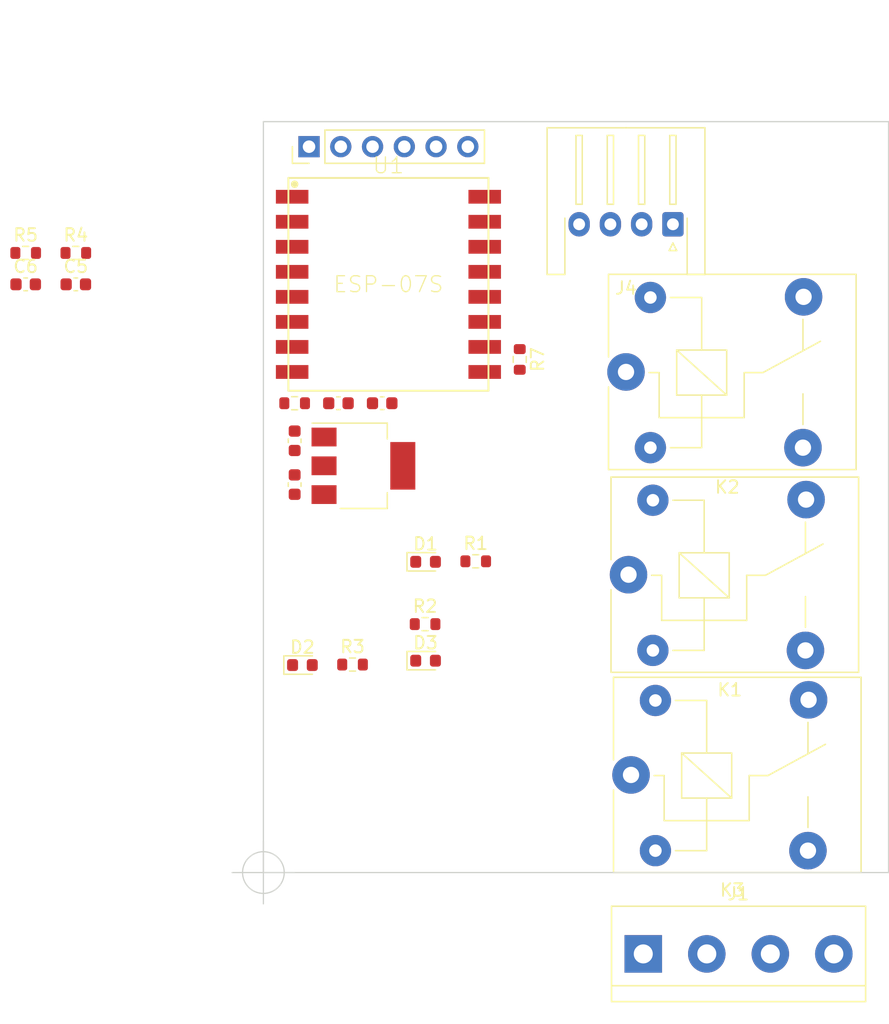
<source format=kicad_pcb>
(kicad_pcb (version 20211014) (generator pcbnew)
  (layers (0 "F.Cu" signal) (31 "B.Cu" signal) (34 "B.Paste" user) (35 "F.Paste" user) (36 "B.SilkS" user "B.Silkscreen") (37 "F.SilkS" user "F.Silkscreen") (38 "B.Mask" user) (39 "F.Mask" user) (44 "Edge.Cuts" user))
  (net 0 "")
  (net 1 "220L")
  (net 2 "Net-(D1-Pad2)")
  (net 3 "LOAD_1")
  (net 5 "Net-(D1-Pad1)")
  (net 6 "Net-(Q1-Pad1)")
  (net 7 "EN1")
  (net 16 "Net-(D2-Pad1)")
  (net 17 "Net-(D2-Pad2)")
  (net 18 "Net-(D3-Pad1)")
  (net 19 "Net-(D3-Pad2)")
  (net 23 "Net-(Q2-Pad1)")
  (net 24 "EN2")
  (net 25 "Net-(Q3-Pad1)")
  (net 26 "EN3")
  (net 27 "LOAD_2")
  (net 28 "LOAD_3")
  (net 29 "+5V")
  (net 30 "GND")
  (net 31 "+3V3")
  (net 32 "RX")
  (net 33 "TX")
  (net 34 "REST")
  (net 35 "BOOT")
  (net 36 "Net-(U1-Pad3)")
  (net 37 "ADC")
  (net 38 "EXT_IO")
  (net 39 "Net-(U1-Pad10)")
  (footprint "Resistor_SMD:R_0603_1608Metric" (layer "F.Cu") (at 107.13 103.38)
    (fp_text reference "R3" (at 0 -1.43) (layer "F.SilkS"))
    (fp_text value "1k")
    (fp_line (start -0.237258 -0.5225) (end 0.237258 -0.5225) (layer "F.SilkS") (width 0.12))
    (fp_line (start -0.237258 0.5225) (end 0.237258 0.5225) (layer "F.SilkS") (width 0.12))
    (pad "1" smd roundrect (at -0.825 0) (size 0.8 0.95) (layers "F.Cu" "F.Paste" "F.Mask") (net 25 "Net-(Q3-Pad1)"))
    (pad "2" smd roundrect (at 0.825 0) (size 0.8 0.95) (layers "F.Cu" "F.Paste" "F.Mask") (net 26 "EN3"))
  )
  (footprint "Relay_THT:Relay_SPDT_SANYOU_SRD_Series_Form_C" (layer "F.Cu") (at 129.2 96.2)
    (fp_text reference "K1" (at 8.1 9.2) (layer "F.SilkS"))
    (fp_text value "SANYOU_SRD_Form_C")
    (fp_line (start -1.4 -7.8) (end 18.4 -7.8) (layer "F.SilkS") (width 0.12))
    (fp_line (start 18.4 7.8) (end -1.4 7.8) (layer "F.SilkS") (width 0.12))
    (fp_line (start 4.05 1.85) (end 4.05 -1.75) (layer "F.SilkS") (width 0.12))
    (fp_line (start 9.45 3.65) (end 2.65 3.65) (layer "F.SilkS") (width 0.12))
    (fp_line (start 14.15 4.2) (end 14.15 1.75) (layer "F.SilkS") (width 0.12))
    (fp_line (start 8.05 1.85) (end 4.05 -1.75) (layer "F.SilkS") (width 0.12))
    (fp_line (start 9.45 0.05) (end 10.95 0.05) (layer "F.SilkS") (width 0.12))
    (fp_line (start 6.05 1.85) (end 6.05 6.05) (layer "F.SilkS") (width 0.12))
    (fp_line (start 6.05 -5.95) (end 3.55 -5.95) (layer "F.SilkS") (width 0.12))
    (fp_line (start 9.45 0.05) (end 9.45 3.65) (layer "F.SilkS") (width 0.12))
    (fp_line (start -1.4 1.2) (end -1.4 7.8) (layer "F.SilkS") (width 0.12))
    (fp_line (start 4.05 -1.75) (end 8.05 -1.75) (layer "F.SilkS") (width 0.12))
    (fp_line (start 3.55 6.05) (end 6.05 6.05) (layer "F.SilkS") (width 0.12))
    (fp_line (start 14.15 -4.2) (end 14.15 -1.7) (layer "F.SilkS") (width 0.12))
    (fp_line (start 18.4 -7.8) (end 18.4 7.8) (layer "F.SilkS") (width 0.12))
    (fp_line (start 10.95 0.05) (end 15.55 -2.45) (layer "F.SilkS") (width 0.12))
    (fp_line (start 2.65 0.05) (end 2.65 3.65) (layer "F.SilkS") (width 0.12))
    (fp_line (start 2.65 0.05) (end 1.85 0.05) (layer "F.SilkS") (width 0.12))
    (fp_line (start 8.05 -1.75) (end 8.05 1.85) (layer "F.SilkS") (width 0.12))
    (fp_line (start 8.05 1.85) (end 4.05 1.85) (layer "F.SilkS") (width 0.12))
    (fp_line (start -1.4 -7.8) (end -1.4 -1.2) (layer "F.SilkS") (width 0.12))
    (fp_line (start 6.05 -5.95) (end 6.05 -1.75) (layer "F.SilkS") (width 0.12))
    (pad "1" thru_hole circle (at 0 0 90) (size 3 3) (drill 1.3) (layers *.Cu *.Mask) (net 1 "220L"))
    (pad "2" thru_hole circle (at 1.95 6.05 90) (size 2.5 2.5) (drill 1) (layers *.Cu *.Mask) (net 2 "Net-(D1-Pad2)"))
    (pad "3" thru_hole circle (at 14.15 6.05 90) (size 3 3) (drill 1.3) (layers *.Cu *.Mask) (net 3 "LOAD_1"))
    (pad "4" thru_hole circle (at 14.2 -6 90) (size 3 3) (drill 1.3) (layers *.Cu *.Mask))
    (pad "5" thru_hole circle (at 1.95 -5.95 90) (size 2.5 2.5) (drill 1) (layers *.Cu *.Mask) (net 5 "Net-(D1-Pad1)"))
  )
  (footprint "Capacitor_SMD:C_0603_1608Metric" (layer "F.Cu") (at 102.5 89 90)
    (fp_text reference "C3" hide)
    (fp_text value "10uf")
    (fp_line (start -0.14058 0.51) (end 0.14058 0.51) (layer "F.SilkS") (width 0.12))
    (fp_line (start -0.14058 -0.51) (end 0.14058 -0.51) (layer "F.SilkS") (width 0.12))
    (pad "1" smd roundrect (at -0.775 0 90) (size 0.9 0.95) (layers "F.Cu" "F.Paste" "F.Mask") (net 29 "+5V"))
    (pad "2" smd roundrect (at 0.775 0 90) (size 0.9 0.95) (layers "F.Cu" "F.Paste" "F.Mask") (net 30 "GND"))
  )
  (footprint "Resistor_SMD:R_0603_1608Metric" (layer "F.Cu") (at 112.93 100.15)
    (fp_text reference "R2" (at 0 -1.43) (layer "F.SilkS"))
    (fp_text value "1k")
    (fp_line (start -0.237258 0.5225) (end 0.237258 0.5225) (layer "F.SilkS") (width 0.12))
    (fp_line (start -0.237258 -0.5225) (end 0.237258 -0.5225) (layer "F.SilkS") (width 0.12))
    (pad "1" smd roundrect (at -0.825 0) (size 0.8 0.95) (layers "F.Cu" "F.Paste" "F.Mask") (net 23 "Net-(Q2-Pad1)"))
    (pad "2" smd roundrect (at 0.825 0) (size 0.8 0.95) (layers "F.Cu" "F.Paste" "F.Mask") (net 24 "EN2"))
  )
  (footprint "Diode_SMD:D_0603_1608Metric" (layer "F.Cu") (at 112.97 95.17)
    (fp_text reference "D1" (at 0 -1.43) (layer "F.SilkS"))
    (fp_text value "D")
    (fp_line (start -1.485 0.735) (end 0.8 0.735) (layer "F.SilkS") (width 0.12))
    (fp_line (start 0.8 -0.735) (end -1.485 -0.735) (layer "F.SilkS") (width 0.12))
    (fp_line (start -1.485 -0.735) (end -1.485 0.735) (layer "F.SilkS") (width 0.12))
    (pad "1" smd roundrect (at -0.7875 0) (size 0.875 0.95) (layers "F.Cu" "F.Paste" "F.Mask") (net 5 "Net-(D1-Pad1)"))
    (pad "2" smd roundrect (at 0.7875 0) (size 0.875 0.95) (layers "F.Cu" "F.Paste" "F.Mask") (net 2 "Net-(D1-Pad2)"))
  )
  (footprint "Resistor_SMD:R_0603_1608Metric" (layer "F.Cu") (at 116.98 95.13)
    (fp_text reference "R1" (at 0 -1.43) (layer "F.SilkS"))
    (fp_text value "1k")
    (fp_line (start -0.237258 -0.5225) (end 0.237258 -0.5225) (layer "F.SilkS") (width 0.12))
    (fp_line (start -0.237258 0.5225) (end 0.237258 0.5225) (layer "F.SilkS") (width 0.12))
    (pad "1" smd roundrect (at -0.825 0) (size 0.8 0.95) (layers "F.Cu" "F.Paste" "F.Mask") (net 6 "Net-(Q1-Pad1)"))
    (pad "2" smd roundrect (at 0.825 0) (size 0.8 0.95) (layers "F.Cu" "F.Paste" "F.Mask") (net 7 "EN1"))
  )
  (footprint "Resistor_SMD:R_0603_1608Metric" (layer "F.Cu") (at 120.5 79 -90)
    (fp_text reference "R7" (at 0 -1.43 90) (layer "F.SilkS"))
    (fp_text value "10k")
    (fp_line (start -0.237258 -0.5225) (end 0.237258 -0.5225) (layer "F.SilkS") (width 0.12))
    (fp_line (start -0.237258 0.5225) (end 0.237258 0.5225) (layer "F.SilkS") (width 0.12))
    (pad "1" smd roundrect (at -0.825 0 270) (size 0.8 0.95) (layers "F.Cu" "F.Paste" "F.Mask") (net 39 "Net-(U1-Pad10)"))
    (pad "2" smd roundrect (at 0.825 0 270) (size 0.8 0.95) (layers "F.Cu" "F.Paste" "F.Mask") (net 30 "GND"))
  )
  (footprint "Capacitor_SMD:C_0603_1608Metric" (layer "F.Cu") (at 106 82.5 180)
    (fp_text reference "C2" hide)
    (fp_text value "0.1uf")
    (fp_line (start -0.14058 -0.51) (end 0.14058 -0.51) (layer "F.SilkS") (width 0.12))
    (fp_line (start -0.14058 0.51) (end 0.14058 0.51) (layer "F.SilkS") (width 0.12))
    (pad "1" smd roundrect (at -0.775 0 180) (size 0.9 0.95) (layers "F.Cu" "F.Paste" "F.Mask") (net 30 "GND"))
    (pad "2" smd roundrect (at 0.775 0 180) (size 0.9 0.95) (layers "F.Cu" "F.Paste" "F.Mask") (net 31 "+3V3"))
  )
  (footprint "Capacitor_SMD:C_0603_1608Metric" (layer "F.Cu") (at 80.99 73)
    (fp_text reference "C6" (at 0 -1.43) (layer "F.SilkS"))
    (fp_text value "0.1uf")
    (fp_line (start -0.14058 -0.51) (end 0.14058 -0.51) (layer "F.SilkS") (width 0.12))
    (fp_line (start -0.14058 0.51) (end 0.14058 0.51) (layer "F.SilkS") (width 0.12))
    (pad "1" smd roundrect (at -0.775 0) (size 0.9 0.95) (layers "F.Cu" "F.Paste" "F.Mask") (net 35 "BOOT"))
    (pad "2" smd roundrect (at 0.775 0) (size 0.9 0.95) (layers "F.Cu" "F.Paste" "F.Mask") (net 30 "GND"))
  )
  (footprint "Resistor_SMD:R_0603_1608Metric" (layer "F.Cu") (at 85 70.49)
    (fp_text reference "R4" (at 0 -1.43) (layer "F.SilkS"))
    (fp_text value "10k")
    (fp_line (start -0.237258 0.5225) (end 0.237258 0.5225) (layer "F.SilkS") (width 0.12))
    (fp_line (start -0.237258 -0.5225) (end 0.237258 -0.5225) (layer "F.SilkS") (width 0.12))
    (pad "1" smd roundrect (at -0.825 0) (size 0.8 0.95) (layers "F.Cu" "F.Paste" "F.Mask") (net 31 "+3V3"))
    (pad "2" smd roundrect (at 0.825 0) (size 0.8 0.95) (layers "F.Cu" "F.Paste" "F.Mask") (net 34 "REST"))
  )
  (footprint "Connector_JST:JST_XH_S4B-XH-A-1_1x04_P2.50mm_Horizontal" (layer "F.Cu") (at 132.75 68.2 180)
    (fp_text reference "J4" (at 3.75 -5.1) (layer "F.SilkS"))
    (fp_text value "Conn_01x04_Female")
    (fp_line (start 0.25 1.6) (end -0.25 1.6) (layer "F.SilkS") (width 0.12))
    (fp_line (start 7.75 7.1) (end 7.75 1.6) (layer "F.SilkS") (width 0.12))
    (fp_line (start -1.14 -4.01) (end -1.14 0.49) (layer "F.SilkS") (width 0.12))
    (fp_line (start 4.75 1.6) (end 4.75 7.1) (layer "F.SilkS") (width 0.12))
    (fp_line (start 2.25 1.6) (end 2.25 7.1) (layer "F.SilkS") (width 0.12))
    (fp_line (start 0.3 -2.1) (end 0 -1.5) (layer "F.SilkS") (width 0.12))
    (fp_line (start 4.75 7.1) (end 5.25 7.1) (layer "F.SilkS") (width 0.12))
    (fp_line (start -0.25 1.6) (end -0.25 7.1) (layer "F.SilkS") (width 0.12))
    (fp_line (start 2.75 7.1) (end 2.75 1.6) (layer "F.SilkS") (width 0.12))
    (fp_line (start 7.75 1.6) (end 7.25 1.6) (layer "F.SilkS") (width 0.12))
    (fp_line (start 7.25 7.1) (end 7.75 7.1) (layer "F.SilkS") (width 0.12))
    (fp_line (start 2.25 7.1) (end 2.75 7.1) (layer "F.SilkS") (width 0.12))
    (fp_line (start 5.25 1.6) (end 4.75 1.6) (layer "F.SilkS") (width 0.12))
    (fp_line (start 3.75 7.71) (end 10.06 7.71) (layer "F.SilkS") (width 0.12))
    (fp_line (start -0.3 -2.1) (end 0.3 -2.1) (layer "F.SilkS") (width 0.12))
    (fp_line (start -2.56 7.71) (end -2.56 -4.01) (layer "F.SilkS") (width 0.12))
    (fp_line (start 5.25 7.1) (end 5.25 1.6) (layer "F.SilkS") (width 0.12))
    (fp_line (start 8.64 -4.01) (end 8.64 0.49) (layer "F.SilkS") (width 0.12))
    (fp_line (start 2.75 1.6) (end 2.25 1.6) (layer "F.SilkS") (width 0.12))
    (fp_line (start 3.75 7.71) (end -2.56 7.71) (layer "F.SilkS") (width 0.12))
    (fp_line (start 0.25 7.1) (end 0.25 1.6) (layer "F.SilkS") (width 0.12))
    (fp_line (start -0.25 7.1) (end 0.25 7.1) (layer "F.SilkS") (width 0.12))
    (fp_line (start 7.25 1.6) (end 7.25 7.1) (layer "F.SilkS") (width 0.12))
    (fp_line (start 0 -1.5) (end -0.3 -2.1) (layer "F.SilkS") (width 0.12))
    (fp_line (start 10.06 -4.01) (end 8.64 -4.01) (layer "F.SilkS") (width 0.12))
    (fp_line (start -2.56 -4.01) (end -1.14 -4.01) (layer "F.SilkS") (width 0.12))
    (fp_line (start 10.06 7.71) (end 10.06 -4.01) (layer "F.SilkS") (width 0.12))
    (pad "1" thru_hole roundrect (at 0 0 180) (size 1.7 1.95) (drill 0.95) (layers *.Cu *.Mask) (roundrect_rratio 0.147059) (net 29 "+5V"))
    (pad "2" thru_hole oval (at 2.5 0 180) (size 1.7 1.95) (drill 0.95) (layers *.Cu *.Mask) (net 30 "GND"))
    (pad "3" thru_hole oval (at 5 0 180) (size 1.7 1.95) (drill 0.95) (layers *.Cu *.Mask) (net 37 "ADC"))
    (pad "4" thru_hole oval (at 7.5 0 180) (size 1.7 1.95) (drill 0.95) (layers *.Cu *.Mask) (net 38 "EXT_IO"))
  )
  (footprint "Resistor_SMD:R_0603_1608Metric" (layer "F.Cu") (at 80.99 70.49)
    (fp_text reference "R5" (at 0 -1.43) (layer "F.SilkS"))
    (fp_text value "10k")
    (fp_line (start -0.237258 0.5225) (end 0.237258 0.5225) (layer "F.SilkS") (width 0.12))
    (fp_line (start -0.237258 -0.5225) (end 0.237258 -0.5225) (layer "F.SilkS") (width 0.12))
    (pad "1" smd roundrect (at -0.825 0) (size 0.8 0.95) (layers "F.Cu" "F.Paste" "F.Mask") (net 31 "+3V3"))
    (pad "2" smd roundrect (at 0.825 0) (size 0.8 0.95) (layers "F.Cu" "F.Paste" "F.Mask") (net 35 "BOOT"))
  )
  (footprint "Diode_SMD:D_0603_1608Metric" (layer "F.Cu") (at 112.97 103.07)
    (fp_text reference "D3" (at 0 -1.43) (layer "F.SilkS"))
    (fp_text value "D")
    (fp_line (start 0.8 -0.735) (end -1.485 -0.735) (layer "F.SilkS") (width 0.12))
    (fp_line (start -1.485 0.735) (end 0.8 0.735) (layer "F.SilkS") (width 0.12))
    (fp_line (start -1.485 -0.735) (end -1.485 0.735) (layer "F.SilkS") (width 0.12))
    (pad "1" smd roundrect (at -0.7875 0) (size 0.875 0.95) (layers "F.Cu" "F.Paste" "F.Mask") (net 18 "Net-(D3-Pad1)"))
    (pad "2" smd roundrect (at 0.7875 0) (size 0.875 0.95) (layers "F.Cu" "F.Paste" "F.Mask") (net 19 "Net-(D3-Pad2)"))
  )
  (footprint "Relay_THT:Relay_SPDT_SANYOU_SRD_Series_Form_C" (layer "F.Cu") (at 129.4 112.2)
    (fp_text reference "K3" (at 8.1 9.2) (layer "F.SilkS"))
    (fp_text value "SANYOU_SRD_Form_C")
    (fp_line (start 2.65 0.05) (end 2.65 3.65) (layer "F.SilkS") (width 0.12))
    (fp_line (start 8.05 1.85) (end 4.05 -1.75) (layer "F.SilkS") (width 0.12))
    (fp_line (start 8.05 1.85) (end 4.05 1.85) (layer "F.SilkS") (width 0.12))
    (fp_line (start 14.15 4.2) (end 14.15 1.75) (layer "F.SilkS") (width 0.12))
    (fp_line (start 18.4 7.8) (end -1.4 7.8) (layer "F.SilkS") (width 0.12))
    (fp_line (start 6.05 1.85) (end 6.05 6.05) (layer "F.SilkS") (width 0.12))
    (fp_line (start 10.95 0.05) (end 15.55 -2.45) (layer "F.SilkS") (width 0.12))
    (fp_line (start 4.05 -1.75) (end 8.05 -1.75) (layer "F.SilkS") (width 0.12))
    (fp_line (start 18.4 -7.8) (end 18.4 7.8) (layer "F.SilkS") (width 0.12))
    (fp_line (start 14.15 -4.2) (end 14.15 -1.7) (layer "F.SilkS") (width 0.12))
    (fp_line (start 9.45 3.65) (end 2.65 3.65) (layer "F.SilkS") (width 0.12))
    (fp_line (start 2.65 0.05) (end 1.85 0.05) (layer "F.SilkS") (width 0.12))
    (fp_line (start 6.05 -5.95) (end 6.05 -1.75) (layer "F.SilkS") (width 0.12))
    (fp_line (start -1.4 1.2) (end -1.4 7.8) (layer "F.SilkS") (width 0.12))
    (fp_line (start 4.05 1.85) (end 4.05 -1.75) (layer "F.SilkS") (width 0.12))
    (fp_line (start 9.45 0.05) (end 10.95 0.05) (layer "F.SilkS") (width 0.12))
    (fp_line (start 9.45 0.05) (end 9.45 3.65) (layer "F.SilkS") (width 0.12))
    (fp_line (start 8.05 -1.75) (end 8.05 1.85) (layer "F.SilkS") (width 0.12))
    (fp_line (start 3.55 6.05) (end 6.05 6.05) (layer "F.SilkS") (width 0.12))
    (fp_line (start -1.4 -7.8) (end -1.4 -1.2) (layer "F.SilkS") (width 0.12))
    (fp_line (start 6.05 -5.95) (end 3.55 -5.95) (layer "F.SilkS") (width 0.12))
    (fp_line (start -1.4 -7.8) (end 18.4 -7.8) (layer "F.SilkS") (width 0.12))
    (pad "1" thru_hole circle (at 0 0 90) (size 3 3) (drill 1.3) (layers *.Cu *.Mask) (net 1 "220L"))
    (pad "2" thru_hole circle (at 1.95 6.05 90) (size 2.5 2.5) (drill 1) (layers *.Cu *.Mask) (net 19 "Net-(D3-Pad2)"))
    (pad "3" thru_hole circle (at 14.15 6.05 90) (size 3 3) (drill 1.3) (layers *.Cu *.Mask) (net 28 "LOAD_3"))
    (pad "4" thru_hole circle (at 14.2 -6 90) (size 3 3) (drill 1.3) (layers *.Cu *.Mask))
    (pad "5" thru_hole circle (at 1.95 -5.95 90) (size 2.5 2.5) (drill 1) (layers *.Cu *.Mask) (net 18 "Net-(D3-Pad1)"))
  )
  (footprint "TerminalBlock:TerminalBlock_bornier-4_P5.08mm" (layer "F.Cu") (at 130.38 126.5)
    (fp_text reference "J1" (at 7.6 -4.8) (layer "F.SilkS"))
    (fp_text value "Conn_01x04_Female")
    (fp_line (start -2.54 3.81) (end 17.78 3.81) (layer "F.SilkS") (width 0.12))
    (fp_line (start 17.78 3.81) (end 17.78 -3.81) (layer "F.SilkS") (width 0.12))
    (fp_line (start -2.54 -3.81) (end 17.78 -3.81) (layer "F.SilkS") (width 0.12))
    (fp_line (start 17.78 2.54) (end -2.54 2.54) (layer "F.SilkS") (width 0.12))
    (fp_line (start -2.54 -3.81) (end -2.54 3.81) (layer "F.SilkS") (width 0.12))
    (pad "1" thru_hole rect (at 0 0) (size 3 3) (drill 1.52) (layers *.Cu *.Mask))
    (pad "2" thru_hole circle (at 5.08 0) (size 3 3) (drill 1.52) (layers *.Cu *.Mask) (net 3 "LOAD_1"))
    (pad "3" thru_hole circle (at 10.16 0) (size 3 3) (drill 1.52) (layers *.Cu *.Mask) (net 27 "LOAD_2"))
    (pad "4" thru_hole circle (at 15.24 0) (size 3 3) (drill 1.52) (layers *.Cu *.Mask) (net 28 "LOAD_3"))
  )
  (footprint "ESP8266:ESP-07S" (layer "F.Cu") (at 110 73)
    (fp_text reference "U1" (at 0 -9.5) (layer "F.SilkS") (effects (font (size 1.27 1.27) (thickness 0.1016))))
    (fp_text value "ESP-07S" (at 0 0) (layer "F.SilkS") (effects (font (size 1.27 1.27) (thickness 0.1016))))
    (fp_line (start -8 -8.5) (end 8 -8.5) (layer "F.SilkS") (width 0.15))
    (fp_line (start 8 -8.5) (end 8 8.5) (layer "F.SilkS") (width 0.15))
    (fp_line (start 8 8.5) (end -8 8.5) (layer "F.SilkS") (width 0.15))
    (fp_line (start -8 8.5) (end -8 -8.5) (layer "F.SilkS") (width 0.15))
    (fp_circle (center -7.6 -8) (end -7.5 -8) (layer "F.SilkS") (width 0.15) (fill none))
    (fp_circle (center -7.5 -8) (end -7.3 -8.1) (layer "F.SilkS") (width 0.15) (fill none))
    (fp_circle (center -7.5 -8) (end -7.4 -8) (layer "F.SilkS") (width 0.15) (fill none))
    (pad "1" smd rect locked (at -7.7 -7) (size 2.6 1.1) (layers "F.Cu" "F.Paste" "F.Mask") (net 34 "REST"))
    (pad "2" smd rect locked (at -7.7 -5) (size 2.6 1.1) (layers "F.Cu" "F.Paste" "F.Mask"))
    (pad "3" smd rect locked (at -7.7 -3) (size 2.6 1.1) (layers "F.Cu" "F.Paste" "F.Mask") (net 36 "Net-(U1-Pad3)"))
    (pad "4" smd rect locked (at -7.7 -1) (size 2.6 1.1) (layers "F.Cu" "F.Paste" "F.Mask"))
    (pad "5" smd rect locked (at -7.7 1) (size 2.6 1.1) (layers "F.Cu" "F.Paste" "F.Mask"))
    (pad "6" smd rect locked (at -7.7 3) (size 2.6 1.1) (layers "F.Cu" "F.Paste" "F.Mask"))
    (pad "7" smd rect locked (at -7.7 5) (size 2.6 1.1) (layers "F.Cu" "F.Paste" "F.Mask"))
    (pad "8" smd rect locked (at -7.7 7) (size 2.6 1.1) (layers "F.Cu" "F.Paste" "F.Mask") (net 31 "+3V3"))
    (pad "9" smd rect locked (at 7.7 7) (size 2.6 1.1) (layers "F.Cu" "F.Paste" "F.Mask") (net 30 "GND"))
    (pad "10" smd rect locked (at 7.7 5) (size 2.6 1.1) (layers "F.Cu" "F.Paste" "F.Mask") (net 39 "Net-(U1-Pad10)"))
    (pad "11" smd rect locked (at 7.7 3) (size 2.6 1.1) (layers "F.Cu" "F.Paste" "F.Mask"))
    (pad "12" smd rect locked (at 7.7 1) (size 2.6 1.1) (layers "F.Cu" "F.Paste" "F.Mask") (net 35 "BOOT"))
    (pad "13" smd rect locked (at 7.7 -1) (size 2.6 1.1) (layers "F.Cu" "F.Paste" "F.Mask"))
    (pad "14" smd rect locked (at 7.7 -3) (size 2.6 1.1) (layers "F.Cu" "F.Paste" "F.Mask"))
    (pad "15" smd rect locked (at 7.7 -5) (size 2.6 1.1) (layers "F.Cu" "F.Paste" "F.Mask") (net 32 "RX"))
    (pad "16" smd rect locked (at 7.7 -7) (size 2.6 1.1) (layers "F.Cu" "F.Paste" "F.Mask") (net 33 "TX"))
  )
  (footprint "Connector_PinHeader_2.54mm:PinHeader_1x06_P2.54mm_Vertical" (layer "F.Cu") (at 103.65 62 90)
    (fp_text reference "J3" hide)
    (fp_text value "Conn_01x06_Female")
    (fp_line (start -1.33 1.27) (end 1.33 1.27) (layer "F.SilkS") (width 0.12))
    (fp_line (start -1.33 0) (end -1.33 -1.33) (layer "F.SilkS") (width 0.12))
    (fp_line (start -1.33 -1.33) (end 0 -1.33) (layer "F.SilkS") (width 0.12))
    (fp_line (start -1.33 14.03) (end 1.33 14.03) (layer "F.SilkS") (width 0.12))
    (fp_line (start -1.33 1.27) (end -1.33 14.03) (layer "F.SilkS") (width 0.12))
    (fp_line (start 1.33 1.27) (end 1.33 14.03) (layer "F.SilkS") (width 0.12))
    (pad "1" thru_hole rect (at 0 0 90) (size 1.7 1.7) (drill 1) (layers *.Cu *.Mask) (net 29 "+5V"))
    (pad "2" thru_hole oval (at 0 2.54 90) (size 1.7 1.7) (drill 1) (layers *.Cu *.Mask) (net 30 "GND"))
    (pad "3" thru_hole oval (at 0 5.08 90) (size 1.7 1.7) (drill 1) (layers *.Cu *.Mask) (net 33 "TX"))
    (pad "4" thru_hole oval (at 0 7.62 90) (size 1.7 1.7) (drill 1) (layers *.Cu *.Mask) (net 32 "RX"))
    (pad "5" thru_hole oval (at 0 10.16 90) (size 1.7 1.7) (drill 1) (layers *.Cu *.Mask) (net 35 "BOOT"))
    (pad "6" thru_hole oval (at 0 12.7 90) (size 1.7 1.7) (drill 1) (layers *.Cu *.Mask) (net 34 "REST"))
  )
  (footprint "Package_TO_SOT_SMD:SOT-223-3_TabPin2" (layer "F.Cu") (at 108 87.5)
    (fp_text reference "U2" hide)
    (fp_text value "AMS1117-3.3")
    (fp_line (start -1.85 3.41) (end 1.91 3.41) (layer "F.SilkS") (width 0.12))
    (fp_line (start -4.1 -3.41) (end 1.91 -3.41) (layer "F.SilkS") (width 0.12))
    (fp_line (start 1.91 3.41) (end 1.91 2.15) (layer "F.SilkS") (width 0.12))
    (fp_line (start 1.91 -3.41) (end 1.91 -2.15) (layer "F.SilkS") (width 0.12))
    (pad "1" smd rect (at -3.15 -2.3) (size 2 1.5) (layers "F.Cu" "F.Paste" "F.Mask") (net 30 "GND"))
    (pad "2" smd rect (at 3.15 0) (size 2 3.8) (layers "F.Cu" "F.Paste" "F.Mask") (net 31 "+3V3"))
    (pad "2" smd rect (at -3.15 0) (size 2 1.5) (layers "F.Cu" "F.Paste" "F.Mask") (net 31 "+3V3"))
    (pad "3" smd rect (at -3.15 2.3) (size 2 1.5) (layers "F.Cu" "F.Paste" "F.Mask") (net 29 "+5V"))
  )
  (footprint "Resistor_SMD:R_0603_1608Metric" (layer "F.Cu") (at 102.5 82.5)
    (fp_text reference "R6" hide)
    (fp_text value "10k")
    (fp_line (start -0.237258 -0.5225) (end 0.237258 -0.5225) (layer "F.SilkS") (width 0.12))
    (fp_line (start -0.237258 0.5225) (end 0.237258 0.5225) (layer "F.SilkS") (width 0.12))
    (pad "1" smd roundrect (at -0.825 0) (size 0.8 0.95) (layers "F.Cu" "F.Paste" "F.Mask") (net 31 "+3V3"))
    (pad "2" smd roundrect (at 0.825 0) (size 0.8 0.95) (layers "F.Cu" "F.Paste" "F.Mask") (net 36 "Net-(U1-Pad3)"))
  )
  (footprint "Capacitor_SMD:C_0603_1608Metric" (layer "F.Cu") (at 109.5 82.5)
    (fp_text reference "C1" hide)
    (fp_text value "10uf")
    (fp_line (start -0.14058 -0.51) (end 0.14058 -0.51) (layer "F.SilkS") (width 0.12))
    (fp_line (start -0.14058 0.51) (end 0.14058 0.51) (layer "F.SilkS") (width 0.12))
    (pad "1" smd roundrect (at -0.775 0) (size 0.9 0.95) (layers "F.Cu" "F.Paste" "F.Mask") (net 30 "GND"))
    (pad "2" smd roundrect (at 0.775 0) (size 0.9 0.95) (layers "F.Cu" "F.Paste" "F.Mask") (net 31 "+3V3"))
  )
  (footprint "Relay_THT:Relay_SPDT_SANYOU_SRD_Series_Form_C" (layer "F.Cu") (at 129 80)
    (fp_text reference "K2" (at 8.1 9.2) (layer "F.SilkS"))
    (fp_text value "SANYOU_SRD_Form_C")
    (fp_line (start 2.65 0.05) (end 2.65 3.65) (layer "F.SilkS") (width 0.12))
    (fp_line (start 9.45 0.05) (end 9.45 3.65) (layer "F.SilkS") (width 0.12))
    (fp_line (start 8.05 1.85) (end 4.05 -1.75) (layer "F.SilkS") (width 0.12))
    (fp_line (start 6.05 1.85) (end 6.05 6.05) (layer "F.SilkS") (width 0.12))
    (fp_line (start 9.45 3.65) (end 2.65 3.65) (layer "F.SilkS") (width 0.12))
    (fp_line (start 9.45 0.05) (end 10.95 0.05) (layer "F.SilkS") (width 0.12))
    (fp_line (start 2.65 0.05) (end 1.85 0.05) (layer "F.SilkS") (width 0.12))
    (fp_line (start -1.4 -7.8) (end -1.4 -1.2) (layer "F.SilkS") (width 0.12))
    (fp_line (start 14.15 -4.2) (end 14.15 -1.7) (layer "F.SilkS") (width 0.12))
    (fp_line (start 8.05 1.85) (end 4.05 1.85) (layer "F.SilkS") (width 0.12))
    (fp_line (start 4.05 -1.75) (end 8.05 -1.75) (layer "F.SilkS") (width 0.12))
    (fp_line (start 18.4 7.8) (end -1.4 7.8) (layer "F.SilkS") (width 0.12))
    (fp_line (start 6.05 -5.95) (end 6.05 -1.75) (layer "F.SilkS") (width 0.12))
    (fp_line (start 18.4 -7.8) (end 18.4 7.8) (layer "F.SilkS") (width 0.12))
    (fp_line (start 6.05 -5.95) (end 3.55 -5.95) (layer "F.SilkS") (width 0.12))
    (fp_line (start -1.4 -7.8) (end 18.4 -7.8) (layer "F.SilkS") (width 0.12))
    (fp_line (start 4.05 1.85) (end 4.05 -1.75) (layer "F.SilkS") (width 0.12))
    (fp_line (start 10.95 0.05) (end 15.55 -2.45) (layer "F.SilkS") (width 0.12))
    (fp_line (start 8.05 -1.75) (end 8.05 1.85) (layer "F.SilkS") (width 0.12))
    (fp_line (start -1.4 1.2) (end -1.4 7.8) (layer "F.SilkS") (width 0.12))
    (fp_line (start 3.55 6.05) (end 6.05 6.05) (layer "F.SilkS") (width 0.12))
    (fp_line (start 14.15 4.2) (end 14.15 1.75) (layer "F.SilkS") (width 0.12))
    (pad "1" thru_hole circle (at 0 0 90) (size 3 3) (drill 1.3) (layers *.Cu *.Mask) (net 1 "220L"))
    (pad "2" thru_hole circle (at 1.95 6.05 90) (size 2.5 2.5) (drill 1) (layers *.Cu *.Mask) (net 17 "Net-(D2-Pad2)"))
    (pad "3" thru_hole circle (at 14.15 6.05 90) (size 3 3) (drill 1.3) (layers *.Cu *.Mask) (net 27 "LOAD_2"))
    (pad "4" thru_hole circle (at 14.2 -6 90) (size 3 3) (drill 1.3) (layers *.Cu *.Mask))
    (pad "5" thru_hole circle (at 1.95 -5.95 90) (size 2.5 2.5) (drill 1) (layers *.Cu *.Mask) (net 16 "Net-(D2-Pad1)"))
  )
  (footprint "Capacitor_SMD:C_0603_1608Metric" (layer "F.Cu") (at 85 73)
    (fp_text reference "C5" (at 0 -1.43) (layer "F.SilkS"))
    (fp_text value "0.1uf")
    (fp_line (start -0.14058 0.51) (end 0.14058 0.51) (layer "F.SilkS") (width 0.12))
    (fp_line (start -0.14058 -0.51) (end 0.14058 -0.51) (layer "F.SilkS") (width 0.12))
    (pad "1" smd roundrect (at -0.775 0) (size 0.9 0.95) (layers "F.Cu" "F.Paste" "F.Mask") (net 34 "REST"))
    (pad "2" smd roundrect (at 0.775 0) (size 0.9 0.95) (layers "F.Cu" "F.Paste" "F.Mask") (net 30 "GND"))
  )
  (footprint "Capacitor_SMD:C_0603_1608Metric" (layer "F.Cu") (at 102.5 85.5 90)
    (fp_text reference "C4" hide)
    (fp_text value "10uf")
    (fp_line (start -0.14058 0.51) (end 0.14058 0.51) (layer "F.SilkS") (width 0.12))
    (fp_line (start -0.14058 -0.51) (end 0.14058 -0.51) (layer "F.SilkS") (width 0.12))
    (pad "1" smd roundrect (at -0.775 0 90) (size 0.9 0.95) (layers "F.Cu" "F.Paste" "F.Mask") (net 31 "+3V3"))
    (pad "2" smd roundrect (at 0.775 0 90) (size 0.9 0.95) (layers "F.Cu" "F.Paste" "F.Mask") (net 30 "GND"))
  )
  (footprint "Diode_SMD:D_0603_1608Metric" (layer "F.Cu") (at 103.12 103.42)
    (fp_text reference "D2" (at 0 -1.43) (layer "F.SilkS"))
    (fp_text value "D")
    (fp_line (start -1.485 0.735) (end 0.8 0.735) (layer "F.SilkS") (width 0.12))
    (fp_line (start -1.485 -0.735) (end -1.485 0.735) (layer "F.SilkS") (width 0.12))
    (fp_line (start 0.8 -0.735) (end -1.485 -0.735) (layer "F.SilkS") (width 0.12))
    (pad "1" smd roundrect (at -0.7875 0) (size 0.875 0.95) (layers "F.Cu" "F.Paste" "F.Mask") (net 16 "Net-(D2-Pad1)"))
    (pad "2" smd roundrect (at 0.7875 0) (size 0.875 0.95) (layers "F.Cu" "F.Paste" "F.Mask") (net 17 "Net-(D2-Pad2)"))
  )
  (gr_line (start 150 60) (end 100 60) (layer "Edge.Cuts") (width 0.1))
  (gr_line (start 100 60) (end 100 120) (layer "Edge.Cuts") (width 0.1))
  (gr_line (start 100 120) (end 150 120) (layer "Edge.Cuts") (width 0.1))
  (gr_line (start 150 120) (end 150 60) (layer "Edge.Cuts") (width 0.1))
  (target plus (at 100 120) (size 5) (width 0.1) (layer "Edge.Cuts"))
)
</source>
